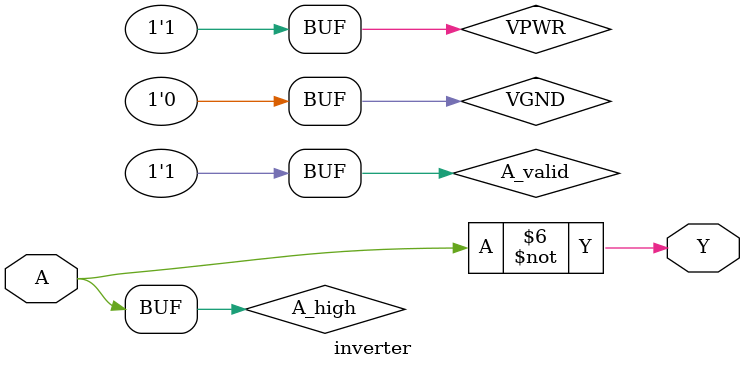
<source format=v>
module inverter (
    input A,
    output Y
);

    // Voltage supply signals
    supply1 VPWR;
    supply0 VGND;

    // Define internal signals
    wire A_valid;
    wire A_low;
    wire A_high;

    // Check if A is a valid logic level
    assign A_valid = (A == 0 || A == 1);

    // Check if A is low or high
    assign A_low = (A == 0);
    assign A_high = (A == 1);

    // Define the inverter logic
    assign Y = A_valid ? ~A : 1'bx;

endmodule
</source>
